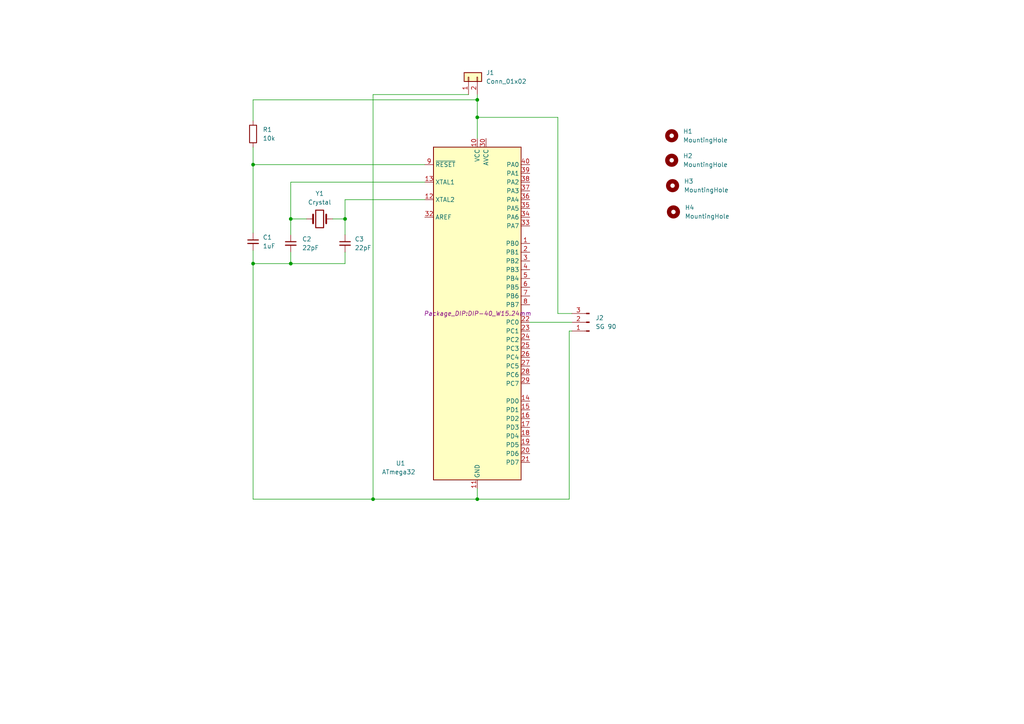
<source format=kicad_sch>
(kicad_sch (version 20211123) (generator eeschema)
  (paper "A4")
  (lib_symbols
    (symbol "Connector:Conn_01x03_Male" (pin_names (offset 1.016) hide)
      (property "Reference" "J" (at 0 5.08 0))
      (property "Value" "Conn_01x03_Male" (at 0 -5.08 0))
      (symbol "Conn_01x03_Male_1_1"
        (polyline (pts (xy 1.27 -2.54) (xy 0.8636 -2.54)) (stroke (width 0.1524)))
        (polyline (pts (xy 1.27 0) (xy 0.8636 0)) (stroke (width 0.1524)))
        (polyline (pts (xy 1.27 2.54) (xy 0.8636 2.54)) (stroke (width 0.1524)))
        (rectangle (start 0.8636 -2.413) (end 0 -2.667) (stroke (width 0.1524)) (fill (type outline)))
        (rectangle (start 0.8636 0.127) (end 0 -0.127) (stroke (width 0.1524)) (fill (type outline)))
        (rectangle (start 0.8636 2.667) (end 0 2.413) (stroke (width 0.1524)) (fill (type outline)))
        (pin passive line (at 5.08 2.54 180) (length 3.81) (name "Pin_1") (number "1"))
        (pin passive line (at 5.08 0 180) (length 3.81) (name "Pin_2") (number "2"))
        (pin passive line (at 5.08 -2.54 180) (length 3.81) (name "Pin_3") (number "3"))
      )
    )
    (symbol "Connector_Generic:Conn_01x02" (pin_names (offset 1.016) hide)
      (property "Reference" "J" (at 0 2.54 0))
      (property "Value" "Conn_01x02" (at 0 -5.08 0))
      (symbol "Conn_01x02_1_1"
        (rectangle (start -1.27 -2.413) (end 0 -2.667) (stroke (width 0.1524)))
        (rectangle (start -1.27 0.127) (end 0 -0.127) (stroke (width 0.1524)))
        (rectangle (start -1.27 1.27) (end 1.27 -3.81) (stroke (width 0.254)) (fill (type background)))
        (pin passive line (at -5.08 0 0) (length 3.81) (name "Pin_1") (number "1"))
        (pin passive line (at -5.08 -2.54 0) (length 3.81) (name "Pin_2") (number "2"))
      )
    )
    (symbol "Device:C_Small" (pin_numbers hide) (pin_names (offset 0.254) hide)
      (property "Reference" "C" (at 0.254 1.778 0))
      (property "Value" "C_Small" (at 0.254 -2.032 0))
      (symbol "C_Small_0_1"
        (polyline (pts (xy -1.524 -0.508) (xy 1.524 -0.508)) (stroke (width 0.3302)))
        (polyline (pts (xy -1.524 0.508) (xy 1.524 0.508)) (stroke (width 0.3048)))
      )
      (symbol "C_Small_1_1"
        (pin passive line (at 0 2.54 270) (length 2.032) (name "~") (number "1"))
        (pin passive line (at 0 -2.54 90) (length 2.032) (name "~") (number "2"))
      )
    )
    (symbol "Device:Crystal" (pin_numbers hide) (pin_names (offset 1.016) hide)
      (property "Reference" "Y" (at 0 3.81 0))
      (property "Value" "Crystal" (at 0 -3.81 0))
      (symbol "Crystal_0_1"
        (rectangle (start -1.143 2.54) (end 1.143 -2.54) (stroke (width 0.3048)))
        (polyline (pts (xy -2.54 0) (xy -1.905 0)))
        (polyline (pts (xy -1.905 -1.27) (xy -1.905 1.27)) (stroke (width 0.508)))
        (polyline (pts (xy 1.905 -1.27) (xy 1.905 1.27)) (stroke (width 0.508)))
        (polyline (pts (xy 2.54 0) (xy 1.905 0)))
      )
      (symbol "Crystal_1_1"
        (pin passive line (at -3.81 0 0) (length 1.27) (name "1") (number "1"))
        (pin passive line (at 3.81 0 180) (length 1.27) (name "2") (number "2"))
      )
    )
    (symbol "Device:R" (pin_numbers hide) (pin_names (offset 0))
      (property "Reference" "R" (at 2.032 0 90))
      (property "Value" "R" (at 0 0 90))
      (symbol "R_0_1"
        (rectangle (start -1.016 -2.54) (end 1.016 2.54) (stroke (width 0.254)))
      )
      (symbol "R_1_1"
        (pin passive line (at 0 3.81 270) (length 1.27) (name "~") (number "1"))
        (pin passive line (at 0 -3.81 90) (length 1.27) (name "~") (number "2"))
      )
    )
    (symbol "MCU_Microchip_ATmega:ATmega32A-P"
      (property "Reference" "U" (at -12.7 49.53 0))
      (property "Value" "ATmega32A-P" (at 2.54 -49.53 0))
      (symbol "ATmega32A-P_0_1"
        (rectangle (start -12.7 -48.26) (end 12.7 48.26) (stroke (width 0.254)) (fill (type background)))
      )
      (symbol "ATmega32A-P_1_1"
        (pin bidirectional line (at 15.24 20.32 180) (length 2.54) (name "PB0") (number "1"))
        (pin power_in line (at 0 50.8 270) (length 2.54) (name "VCC") (number "10"))
        (pin power_in line (at 0 -50.8 90) (length 2.54) (name "GND") (number "11"))
        (pin output line (at -15.24 33.02 0) (length 2.54) (name "XTAL2") (number "12"))
        (pin input line (at -15.24 38.1 0) (length 2.54) (name "XTAL1") (number "13"))
        (pin bidirectional line (at 15.24 -25.4 180) (length 2.54) (name "PD0") (number "14"))
        (pin bidirectional line (at 15.24 -27.94 180) (length 2.54) (name "PD1") (number "15"))
        (pin bidirectional line (at 15.24 -30.48 180) (length 2.54) (name "PD2") (number "16"))
        (pin bidirectional line (at 15.24 -33.02 180) (length 2.54) (name "PD3") (number "17"))
        (pin bidirectional line (at 15.24 -35.56 180) (length 2.54) (name "PD4") (number "18"))
        (pin bidirectional line (at 15.24 -38.1 180) (length 2.54) (name "PD5") (number "19"))
        (pin bidirectional line (at 15.24 17.78 180) (length 2.54) (name "PB1") (number "2"))
        (pin bidirectional line (at 15.24 -40.64 180) (length 2.54) (name "PD6") (number "20"))
        (pin bidirectional line (at 15.24 -43.18 180) (length 2.54) (name "PD7") (number "21"))
        (pin bidirectional line (at 15.24 -2.54 180) (length 2.54) (name "PC0") (number "22"))
        (pin bidirectional line (at 15.24 -5.08 180) (length 2.54) (name "PC1") (number "23"))
        (pin bidirectional line (at 15.24 -7.62 180) (length 2.54) (name "PC2") (number "24"))
        (pin bidirectional line (at 15.24 -10.16 180) (length 2.54) (name "PC3") (number "25"))
        (pin bidirectional line (at 15.24 -12.7 180) (length 2.54) (name "PC4") (number "26"))
        (pin bidirectional line (at 15.24 -15.24 180) (length 2.54) (name "PC5") (number "27"))
        (pin bidirectional line (at 15.24 -17.78 180) (length 2.54) (name "PC6") (number "28"))
        (pin bidirectional line (at 15.24 -20.32 180) (length 2.54) (name "PC7") (number "29"))
        (pin bidirectional line (at 15.24 15.24 180) (length 2.54) (name "PB2") (number "3"))
        (pin power_in line (at 2.54 50.8 270) (length 2.54) (name "AVCC") (number "30"))
        (pin passive line (at 0 -50.8 90) (length 2.54) hide (name "GND") (number "31"))
        (pin passive line (at -15.24 27.94 0) (length 2.54) (name "AREF") (number "32"))
        (pin bidirectional line (at 15.24 25.4 180) (length 2.54) (name "PA7") (number "33"))
        (pin bidirectional line (at 15.24 27.94 180) (length 2.54) (name "PA6") (number "34"))
        (pin bidirectional line (at 15.24 30.48 180) (length 2.54) (name "PA5") (number "35"))
        (pin bidirectional line (at 15.24 33.02 180) (length 2.54) (name "PA4") (number "36"))
        (pin bidirectional line (at 15.24 35.56 180) (length 2.54) (name "PA3") (number "37"))
        (pin bidirectional line (at 15.24 38.1 180) (length 2.54) (name "PA2") (number "38"))
        (pin bidirectional line (at 15.24 40.64 180) (length 2.54) (name "PA1") (number "39"))
        (pin bidirectional line (at 15.24 12.7 180) (length 2.54) (name "PB3") (number "4"))
        (pin bidirectional line (at 15.24 43.18 180) (length 2.54) (name "PA0") (number "40"))
        (pin bidirectional line (at 15.24 10.16 180) (length 2.54) (name "PB4") (number "5"))
        (pin bidirectional line (at 15.24 7.62 180) (length 2.54) (name "PB5") (number "6"))
        (pin bidirectional line (at 15.24 5.08 180) (length 2.54) (name "PB6") (number "7"))
        (pin bidirectional line (at 15.24 2.54 180) (length 2.54) (name "PB7") (number "8"))
        (pin input line (at -15.24 43.18 0) (length 2.54) (name "~{RESET}") (number "9"))
      )
    )
    (symbol "Mechanical:MountingHole" (pin_names (offset 1.016))
      (property "Reference" "H" (at 0 5.08 0))
      (property "Value" "MountingHole" (at 0 3.175 0))
      (symbol "MountingHole_0_1"
        (circle (center 0 0) (radius 1.27) (stroke (width 1.27)))
      )
    )
  )
  (junction (at 138.43 28.956))
  (junction (at 138.43 144.78))
  (junction (at 108.204 144.78))
  (junction (at 100.076 63.5))
  (junction (at 84.328 76.454))
  (junction (at 84.328 63.5))
  (junction (at 73.406 76.454))
  (junction (at 73.406 47.752))
  (junction (at 138.43 34.036))
  (wire (pts (xy 138.43 141.732) (xy 138.43 144.78)))
  (wire (pts (xy 84.328 63.5) (xy 84.328 52.832)))
  (wire (pts (xy 123.19 57.912) (xy 100.076 57.912)))
  (wire (pts (xy 100.076 76.454) (xy 100.076 73.152)))
  (wire (pts (xy 84.328 52.832) (xy 123.19 52.832)))
  (wire (pts (xy 100.076 57.912) (xy 100.076 63.5)))
  (wire (pts (xy 165.862 90.932) (xy 161.798 90.932)))
  (wire (pts (xy 84.328 76.454) (xy 100.076 76.454)))
  (wire (pts (xy 165.1 96.012) (xy 165.862 96.012)))
  (wire (pts (xy 73.406 76.454) (xy 84.328 76.454)))
  (wire (pts (xy 73.406 76.454) (xy 73.406 72.644)))
  (wire (pts (xy 100.076 63.5) (xy 100.076 68.072)))
  (wire (pts (xy 138.43 34.036) (xy 161.798 34.036)))
  (wire (pts (xy 96.52 63.5) (xy 100.076 63.5)))
  (wire (pts (xy 73.406 35.052) (xy 73.406 28.956)))
  (wire (pts (xy 73.406 144.78) (xy 108.204 144.78)))
  (wire (pts (xy 138.43 144.78) (xy 165.1 144.78)))
  (wire (pts (xy 73.406 47.752) (xy 123.19 47.752)))
  (wire (pts (xy 73.406 28.956) (xy 138.43 28.956)))
  (wire (pts (xy 138.43 27.432) (xy 138.43 28.956)))
  (wire (pts (xy 84.328 73.152) (xy 84.328 76.454)))
  (wire (pts (xy 73.406 42.672) (xy 73.406 47.752)))
  (wire (pts (xy 108.204 144.78) (xy 138.43 144.78)))
  (wire (pts (xy 161.798 90.932) (xy 161.798 34.036)))
  (wire (pts (xy 108.204 27.432) (xy 108.204 144.78)))
  (wire (pts (xy 165.1 144.78) (xy 165.1 96.012)))
  (wire (pts (xy 84.328 63.5) (xy 88.9 63.5)))
  (wire (pts (xy 84.328 68.072) (xy 84.328 63.5)))
  (wire (pts (xy 108.204 27.432) (xy 135.89 27.432)))
  (wire (pts (xy 138.43 28.956) (xy 138.43 34.036)))
  (wire (pts (xy 138.43 34.036) (xy 138.43 40.132)))
  (wire (pts (xy 73.406 76.454) (xy 73.406 144.78)))
  (wire (pts (xy 73.406 47.752) (xy 73.406 67.564)))
  (wire (pts (xy 153.67 93.472) (xy 165.862 93.472)))
  (symbol (lib_id "Device:C_Small") (at 84.328 70.612 0) (unit 1)
    (property "Reference" "C2" (at 87.63 69.3482 0) (effects (justify left)))
    (property "Value" "22pF" (at 87.63 71.8882 0) (effects (justify left)))
    (property "Footprint" "Capacitor_THT:CP_Radial_D4.0mm_P1.50mm" (effects hide))
  )
  (symbol (lib_id "Device:Crystal") (at 92.71 63.5 0) (unit 1)
    (property "Reference" "Y1" (at 92.71 56.134 0))
    (property "Value" "Crystal" (at 92.71 58.674 0))
    (property "Footprint" "Crystal:Crystal_AT310_D3.0mm_L10.0mm_Vertical" (effects hide))
  )
  (symbol (lib_id "Device:C_Small") (at 73.406 70.104 0) (unit 1)
    (property "Reference" "C1" (at 76.2 68.8402 0) (effects (justify left)))
    (property "Value" "1uF" (at 76.2 71.3802 0) (effects (justify left)))
    (property "Footprint" "Capacitor_THT:CP_Radial_D4.0mm_P1.50mm" (effects hide))
  )
  (symbol (lib_id "Mechanical:MountingHole") (at 194.818 39.37 0) (unit 1)
    (property "Reference" "H1" (at 198.12 38.0999 0) (effects (justify left)))
    (property "Value" "MountingHole" (at 198.12 40.6399 0) (effects (justify left)))
    (property "Footprint" "MountingHole:MountingHole_3.5mm_Pad" (effects hide))
  )
  (symbol (lib_id "Mechanical:MountingHole") (at 195.072 53.848 0) (unit 1)
    (property "Reference" "H3" (at 198.374 52.5779 0) (effects (justify left)))
    (property "Value" "MountingHole" (at 198.374 55.1179 0) (effects (justify left)))
    (property "Footprint" "MountingHole:MountingHole_3.5mm_Pad" (effects hide))
  )
  (symbol (lib_id "Device:R") (at 73.406 38.862 0) (unit 1)
    (property "Reference" "R1" (at 76.2 37.5919 0) (effects (justify left)))
    (property "Value" "10k" (at 76.2 40.1319 0) (effects (justify left)))
    (property "Footprint" "Resistor_THT:R_Axial_DIN0204_L3.6mm_D1.6mm_P5.08mm_Horizontal" (effects hide))
  )
  (symbol (lib_id "MCU_Microchip_ATmega:ATmega32A-P") (at 138.43 90.932 0) (unit 1)
    (property "Reference" "U1" (at 114.808 134.366 0) (effects (justify left)))
    (property "Value" "ATmega32" (at 110.744 136.906 0) (effects (justify left)))
    (property "Footprint" "Package_DIP:DIP-40_W15.24mm" (at 138.43 90.932 0) (effects (font italic)))
    (property "Datasheet" "http://ww1.microchip.com/downloads/en/DeviceDoc/atmel-8155-8-bit-microcontroller-avr-atmega32a_datasheet.pdf" (effects hide))
  )
  (symbol (lib_id "Connector:Conn_01x03_Male") (at 170.942 93.472 180) (unit 1)
    (property "Reference" "J2" (at 172.72 92.2019 0) (effects (justify right)))
    (property "Value" "SG 90" (at 172.72 94.7419 0) (effects (justify right)))
    (property "Footprint" "Connector_PinSocket_1.27mm:PinSocket_1x03_P1.27mm_Vertical" (effects hide))
  )
  (symbol (lib_id "Connector_Generic:Conn_01x02") (at 135.89 22.352 90) (unit 1)
    (property "Reference" "J1" (at 140.97 21.0819 90) (effects (justify right)))
    (property "Value" "Conn_01x02" (at 140.97 23.6219 90) (effects (justify right)))
    (property "Footprint" "Connector_PinHeader_2.54mm:PinHeader_1x02_P2.54mm_Horizontal" (effects hide))
  )
  (symbol (lib_id "Mechanical:MountingHole") (at 195.326 61.468 0) (unit 1)
    (property "Reference" "H4" (at 198.628 60.1979 0) (effects (justify left)))
    (property "Value" "MountingHole" (at 198.628 62.7379 0) (effects (justify left)))
    (property "Footprint" "MountingHole:MountingHole_3.5mm_Pad" (effects hide))
  )
  (symbol (lib_id "Mechanical:MountingHole") (at 194.818 46.482 0) (unit 1)
    (property "Reference" "H2" (at 198.12 45.2119 0) (effects (justify left)))
    (property "Value" "MountingHole" (at 198.12 47.7519 0) (effects (justify left)))
    (property "Footprint" "MountingHole:MountingHole_3.5mm_Pad" (effects hide))
  )
  (symbol (lib_id "Device:C_Small") (at 100.076 70.612 0) (unit 1)
    (property "Reference" "C3" (at 102.87 69.3482 0) (effects (justify left)))
    (property "Value" "22pF" (at 102.87 71.8882 0) (effects (justify left)))
    (property "Footprint" "Capacitor_THT:CP_Radial_D4.0mm_P1.50mm" (effects hide))
  )
)
</source>
